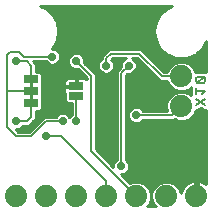
<source format=gbl>
G75*
%MOIN*%
%OFA0B0*%
%FSLAX25Y25*%
%IPPOS*%
%LPD*%
%AMOC8*
5,1,8,0,0,1.08239X$1,22.5*
%
%ADD10C,0.00800*%
%ADD11C,0.07400*%
%ADD12R,0.05000X0.02500*%
%ADD13C,0.01000*%
%ADD14C,0.02900*%
%ADD15C,0.00700*%
D10*
X0203233Y0125375D02*
X0206436Y0127510D01*
X0205368Y0129058D02*
X0206436Y0130126D01*
X0203233Y0130126D01*
X0203233Y0129058D02*
X0203233Y0131194D01*
X0203767Y0132742D02*
X0205902Y0134877D01*
X0203767Y0134877D01*
X0203233Y0134343D01*
X0203233Y0133275D01*
X0203767Y0132742D01*
X0205902Y0132742D01*
X0206436Y0133275D01*
X0206436Y0134343D01*
X0205902Y0134877D01*
X0203233Y0127510D02*
X0206436Y0125375D01*
D11*
X0143333Y0095000D03*
X0153333Y0095000D03*
X0163333Y0095000D03*
X0173333Y0095000D03*
X0183333Y0095000D03*
X0193333Y0095000D03*
X0203333Y0095000D03*
X0198333Y0125000D03*
X0198333Y0135000D03*
D12*
X0163333Y0131600D03*
X0163333Y0128400D03*
X0148333Y0130000D03*
X0148333Y0126000D03*
X0148333Y0134000D03*
D13*
X0148333Y0130000D01*
X0148333Y0126000D01*
X0149883Y0123550D02*
X0151330Y0123550D01*
X0152033Y0124253D01*
X0152033Y0127747D01*
X0151780Y0128000D01*
X0152033Y0128253D01*
X0152033Y0131747D01*
X0151780Y0132000D01*
X0152033Y0132253D01*
X0152033Y0135747D01*
X0151330Y0136450D01*
X0149883Y0136450D01*
X0149883Y0139142D01*
X0149075Y0139950D01*
X0153136Y0139950D01*
X0153832Y0139253D01*
X0154806Y0138850D01*
X0155860Y0138850D01*
X0156834Y0139253D01*
X0157580Y0139999D01*
X0157983Y0140973D01*
X0157983Y0142027D01*
X0157580Y0143001D01*
X0156834Y0143747D01*
X0155860Y0144150D01*
X0155207Y0144150D01*
X0155256Y0144191D01*
X0155256Y0144191D01*
X0156826Y0146909D01*
X0157371Y0150000D01*
X0156826Y0153091D01*
X0155256Y0155809D01*
X0152852Y0157827D01*
X0151276Y0158400D01*
X0195390Y0158400D01*
X0193815Y0157827D01*
X0191410Y0155809D01*
X0189841Y0153091D01*
X0189841Y0153091D01*
X0189296Y0150000D01*
X0189841Y0146909D01*
X0191410Y0144191D01*
X0193815Y0142173D01*
X0196764Y0141100D01*
X0199903Y0141100D01*
X0202852Y0142173D01*
X0205256Y0144191D01*
X0205256Y0144191D01*
X0206733Y0146749D01*
X0206733Y0136308D01*
X0206565Y0136477D01*
X0203104Y0136477D01*
X0203048Y0136421D01*
X0202487Y0137776D01*
X0201109Y0139154D01*
X0199308Y0139900D01*
X0197359Y0139900D01*
X0195558Y0139154D01*
X0194179Y0137776D01*
X0193672Y0136550D01*
X0192475Y0136550D01*
X0185883Y0143142D01*
X0184975Y0144050D01*
X0174191Y0144050D01*
X0173283Y0143142D01*
X0172691Y0142550D01*
X0171783Y0141642D01*
X0171783Y0140698D01*
X0171087Y0140001D01*
X0170683Y0139027D01*
X0170683Y0137973D01*
X0171087Y0136999D01*
X0171832Y0136253D01*
X0172806Y0135850D01*
X0173860Y0135850D01*
X0174834Y0136253D01*
X0175580Y0136999D01*
X0175983Y0137973D01*
X0175983Y0139027D01*
X0175580Y0140001D01*
X0175053Y0140528D01*
X0175475Y0140950D01*
X0179823Y0140950D01*
X0179332Y0140747D01*
X0178587Y0140001D01*
X0178183Y0139027D01*
X0178183Y0138042D01*
X0176783Y0136642D01*
X0176783Y0107198D01*
X0176087Y0106501D01*
X0175683Y0105527D01*
X0175683Y0104842D01*
X0169883Y0110642D01*
X0169883Y0135642D01*
X0165983Y0139542D01*
X0165983Y0140527D01*
X0165580Y0141501D01*
X0164834Y0142247D01*
X0163860Y0142650D01*
X0162806Y0142650D01*
X0161832Y0142247D01*
X0161087Y0141501D01*
X0160683Y0140527D01*
X0160683Y0139473D01*
X0161087Y0138499D01*
X0161832Y0137753D01*
X0162806Y0137350D01*
X0163791Y0137350D01*
X0166783Y0134358D01*
X0166783Y0134021D01*
X0166754Y0134050D01*
X0166412Y0134248D01*
X0166031Y0134350D01*
X0163458Y0134350D01*
X0163458Y0131725D01*
X0163208Y0131725D01*
X0163208Y0131475D01*
X0159333Y0131475D01*
X0159333Y0130153D01*
X0159436Y0129771D01*
X0159633Y0129429D01*
X0159633Y0129429D01*
X0159633Y0126653D01*
X0160336Y0125950D01*
X0161783Y0125950D01*
X0161783Y0122198D01*
X0161087Y0121501D01*
X0161083Y0121493D01*
X0161080Y0121501D01*
X0160334Y0122247D01*
X0159360Y0122650D01*
X0158306Y0122650D01*
X0157332Y0122247D01*
X0156636Y0121550D01*
X0152691Y0121550D01*
X0151783Y0120642D01*
X0147691Y0116550D01*
X0143975Y0116550D01*
X0143175Y0117350D01*
X0143860Y0117350D01*
X0144834Y0117753D01*
X0145531Y0118450D01*
X0147475Y0118450D01*
X0148975Y0119950D01*
X0149883Y0120858D01*
X0149883Y0123550D01*
X0149883Y0122951D02*
X0161783Y0122951D01*
X0161783Y0123949D02*
X0151730Y0123949D01*
X0152033Y0124948D02*
X0161783Y0124948D01*
X0161783Y0125946D02*
X0152033Y0125946D01*
X0152033Y0126945D02*
X0159633Y0126945D01*
X0159633Y0127943D02*
X0151837Y0127943D01*
X0152033Y0128942D02*
X0159633Y0128942D01*
X0159390Y0129940D02*
X0152033Y0129940D01*
X0152033Y0130939D02*
X0159333Y0130939D01*
X0159333Y0131725D02*
X0163208Y0131725D01*
X0163208Y0134350D01*
X0160636Y0134350D01*
X0160254Y0134248D01*
X0159912Y0134050D01*
X0159633Y0133771D01*
X0159436Y0133429D01*
X0159333Y0133047D01*
X0159333Y0131725D01*
X0159333Y0131937D02*
X0151843Y0131937D01*
X0152033Y0132936D02*
X0159333Y0132936D01*
X0159797Y0133934D02*
X0152033Y0133934D01*
X0152033Y0134933D02*
X0166208Y0134933D01*
X0165210Y0135932D02*
X0151849Y0135932D01*
X0149883Y0136930D02*
X0164211Y0136930D01*
X0161657Y0137929D02*
X0149883Y0137929D01*
X0149883Y0138927D02*
X0154620Y0138927D01*
X0156046Y0138927D02*
X0160909Y0138927D01*
X0160683Y0139926D02*
X0157507Y0139926D01*
X0157963Y0140924D02*
X0160848Y0140924D01*
X0161508Y0141923D02*
X0157983Y0141923D01*
X0157613Y0142921D02*
X0173062Y0142921D01*
X0172064Y0141923D02*
X0165158Y0141923D01*
X0165819Y0140924D02*
X0171783Y0140924D01*
X0171055Y0139926D02*
X0165983Y0139926D01*
X0166598Y0138927D02*
X0170683Y0138927D01*
X0170702Y0137929D02*
X0167597Y0137929D01*
X0168595Y0136930D02*
X0171156Y0136930D01*
X0172609Y0135932D02*
X0169594Y0135932D01*
X0169883Y0134933D02*
X0176783Y0134933D01*
X0176783Y0133934D02*
X0169883Y0133934D01*
X0169883Y0132936D02*
X0176783Y0132936D01*
X0176783Y0131937D02*
X0169883Y0131937D01*
X0169883Y0130939D02*
X0176783Y0130939D01*
X0176783Y0129940D02*
X0169883Y0129940D01*
X0169883Y0128942D02*
X0176783Y0128942D01*
X0176783Y0127943D02*
X0169883Y0127943D01*
X0169883Y0126945D02*
X0176783Y0126945D01*
X0176783Y0125946D02*
X0169883Y0125946D01*
X0169883Y0124948D02*
X0176783Y0124948D01*
X0176783Y0123949D02*
X0169883Y0123949D01*
X0169883Y0122951D02*
X0176783Y0122951D01*
X0176783Y0121952D02*
X0169883Y0121952D01*
X0169883Y0120954D02*
X0176783Y0120954D01*
X0176783Y0119955D02*
X0169883Y0119955D01*
X0169883Y0118957D02*
X0176783Y0118957D01*
X0176783Y0117958D02*
X0169883Y0117958D01*
X0169883Y0116960D02*
X0176783Y0116960D01*
X0176783Y0115961D02*
X0169883Y0115961D01*
X0169883Y0114963D02*
X0176783Y0114963D01*
X0176783Y0113964D02*
X0169883Y0113964D01*
X0169883Y0112966D02*
X0176783Y0112966D01*
X0176783Y0111967D02*
X0169883Y0111967D01*
X0169883Y0110969D02*
X0176783Y0110969D01*
X0176783Y0109970D02*
X0170555Y0109970D01*
X0171554Y0108972D02*
X0176783Y0108972D01*
X0176783Y0107973D02*
X0172552Y0107973D01*
X0173551Y0106975D02*
X0176560Y0106975D01*
X0175869Y0105976D02*
X0174549Y0105976D01*
X0175548Y0104978D02*
X0175683Y0104978D01*
X0178175Y0102350D02*
X0178860Y0102350D01*
X0179834Y0102753D01*
X0180580Y0103499D01*
X0180983Y0104473D01*
X0180983Y0105527D01*
X0180580Y0106501D01*
X0179883Y0107198D01*
X0179883Y0135358D01*
X0180375Y0135850D01*
X0181360Y0135850D01*
X0182334Y0136253D01*
X0183080Y0136999D01*
X0183483Y0137973D01*
X0183483Y0139027D01*
X0183080Y0140001D01*
X0182334Y0140747D01*
X0181843Y0140950D01*
X0183691Y0140950D01*
X0191191Y0133450D01*
X0193672Y0133450D01*
X0194179Y0132224D01*
X0195558Y0130846D01*
X0197359Y0130100D01*
X0199308Y0130100D01*
X0201109Y0130846D01*
X0201633Y0131370D01*
X0201633Y0128630D01*
X0201109Y0129154D01*
X0199308Y0129900D01*
X0197359Y0129900D01*
X0195558Y0129154D01*
X0194179Y0127776D01*
X0193433Y0125975D01*
X0193433Y0124025D01*
X0193630Y0123550D01*
X0185531Y0123550D01*
X0184834Y0124247D01*
X0183860Y0124650D01*
X0182806Y0124650D01*
X0181832Y0124247D01*
X0181087Y0123501D01*
X0180683Y0122527D01*
X0180683Y0121473D01*
X0181087Y0120499D01*
X0181832Y0119753D01*
X0182806Y0119350D01*
X0183860Y0119350D01*
X0184834Y0119753D01*
X0185531Y0120450D01*
X0195975Y0120450D01*
X0196133Y0120608D01*
X0197359Y0120100D01*
X0199308Y0120100D01*
X0201109Y0120846D01*
X0202487Y0122224D01*
X0203126Y0123765D01*
X0203569Y0123676D01*
X0204835Y0124520D01*
X0206100Y0123676D01*
X0206733Y0123803D01*
X0206733Y0098954D01*
X0206721Y0098966D01*
X0206059Y0099447D01*
X0205329Y0099819D01*
X0204551Y0100072D01*
X0203833Y0100186D01*
X0203833Y0095500D01*
X0202833Y0095500D01*
X0202833Y0100186D01*
X0202116Y0100072D01*
X0201337Y0099819D01*
X0200608Y0099447D01*
X0199946Y0098966D01*
X0199367Y0098388D01*
X0198886Y0097725D01*
X0198514Y0096996D01*
X0198261Y0096218D01*
X0198226Y0095993D01*
X0197487Y0097776D01*
X0196109Y0099154D01*
X0194308Y0099900D01*
X0192359Y0099900D01*
X0190558Y0099154D01*
X0189179Y0097776D01*
X0188433Y0095975D01*
X0188433Y0094025D01*
X0189179Y0092224D01*
X0189804Y0091600D01*
X0186863Y0091600D01*
X0187487Y0092224D01*
X0188233Y0094025D01*
X0188233Y0095975D01*
X0187487Y0097776D01*
X0186109Y0099154D01*
X0184308Y0099900D01*
X0182359Y0099900D01*
X0181133Y0099392D01*
X0178175Y0102350D01*
X0178543Y0101982D02*
X0206733Y0101982D01*
X0206733Y0100984D02*
X0179542Y0100984D01*
X0180540Y0099985D02*
X0201848Y0099985D01*
X0202833Y0099985D02*
X0203833Y0099985D01*
X0204818Y0099985D02*
X0206733Y0099985D01*
X0206693Y0098987D02*
X0206733Y0098987D01*
X0203833Y0098987D02*
X0202833Y0098987D01*
X0202833Y0097988D02*
X0203833Y0097988D01*
X0203833Y0096990D02*
X0202833Y0096990D01*
X0202833Y0095991D02*
X0203833Y0095991D01*
X0199974Y0098987D02*
X0196276Y0098987D01*
X0197275Y0097988D02*
X0199077Y0097988D01*
X0198512Y0096990D02*
X0197813Y0096990D01*
X0190390Y0098987D02*
X0186276Y0098987D01*
X0187275Y0097988D02*
X0189392Y0097988D01*
X0188854Y0096990D02*
X0187813Y0096990D01*
X0188227Y0095991D02*
X0188440Y0095991D01*
X0188433Y0094993D02*
X0188233Y0094993D01*
X0188220Y0093994D02*
X0188446Y0093994D01*
X0188860Y0092996D02*
X0187807Y0092996D01*
X0187260Y0091997D02*
X0189407Y0091997D01*
X0180062Y0102981D02*
X0206733Y0102981D01*
X0206733Y0103979D02*
X0180779Y0103979D01*
X0180983Y0104978D02*
X0206733Y0104978D01*
X0206733Y0105976D02*
X0180797Y0105976D01*
X0180106Y0106975D02*
X0206733Y0106975D01*
X0206733Y0107973D02*
X0179883Y0107973D01*
X0179883Y0108972D02*
X0206733Y0108972D01*
X0206733Y0109970D02*
X0179883Y0109970D01*
X0179883Y0110969D02*
X0206733Y0110969D01*
X0206733Y0111967D02*
X0179883Y0111967D01*
X0179883Y0112966D02*
X0206733Y0112966D01*
X0206733Y0113964D02*
X0179883Y0113964D01*
X0179883Y0114963D02*
X0206733Y0114963D01*
X0206733Y0115961D02*
X0179883Y0115961D01*
X0179883Y0116960D02*
X0206733Y0116960D01*
X0206733Y0117958D02*
X0179883Y0117958D01*
X0179883Y0118957D02*
X0206733Y0118957D01*
X0206733Y0119955D02*
X0185036Y0119955D01*
X0181630Y0119955D02*
X0179883Y0119955D01*
X0179883Y0120954D02*
X0180898Y0120954D01*
X0180683Y0121952D02*
X0179883Y0121952D01*
X0179883Y0122951D02*
X0180859Y0122951D01*
X0181535Y0123949D02*
X0179883Y0123949D01*
X0179883Y0124948D02*
X0193433Y0124948D01*
X0193433Y0125946D02*
X0179883Y0125946D01*
X0179883Y0126945D02*
X0193835Y0126945D01*
X0194347Y0127943D02*
X0179883Y0127943D01*
X0179883Y0128942D02*
X0195346Y0128942D01*
X0195465Y0130939D02*
X0179883Y0130939D01*
X0179883Y0131937D02*
X0194466Y0131937D01*
X0193885Y0132936D02*
X0179883Y0132936D01*
X0179883Y0133934D02*
X0190707Y0133934D01*
X0189708Y0134933D02*
X0179883Y0134933D01*
X0181557Y0135932D02*
X0188710Y0135932D01*
X0187711Y0136930D02*
X0183011Y0136930D01*
X0183465Y0137929D02*
X0186713Y0137929D01*
X0185714Y0138927D02*
X0183483Y0138927D01*
X0183111Y0139926D02*
X0184716Y0139926D01*
X0183717Y0140924D02*
X0181906Y0140924D01*
X0179761Y0140924D02*
X0175449Y0140924D01*
X0175611Y0139926D02*
X0178555Y0139926D01*
X0178183Y0138927D02*
X0175983Y0138927D01*
X0175965Y0137929D02*
X0178070Y0137929D01*
X0177071Y0136930D02*
X0175511Y0136930D01*
X0176783Y0135932D02*
X0174057Y0135932D01*
X0179883Y0129940D02*
X0201633Y0129940D01*
X0201633Y0128942D02*
X0201321Y0128942D01*
X0201202Y0130939D02*
X0201633Y0130939D01*
X0203979Y0123949D02*
X0205690Y0123949D01*
X0206733Y0122951D02*
X0202788Y0122951D01*
X0202215Y0121952D02*
X0206733Y0121952D01*
X0206733Y0120954D02*
X0201217Y0120954D01*
X0193465Y0123949D02*
X0185132Y0123949D01*
X0192095Y0136930D02*
X0193829Y0136930D01*
X0194332Y0137929D02*
X0191097Y0137929D01*
X0190098Y0138927D02*
X0195331Y0138927D01*
X0194504Y0141923D02*
X0187103Y0141923D01*
X0186104Y0142921D02*
X0192924Y0142921D01*
X0193815Y0142173D02*
X0193815Y0142173D01*
X0191734Y0143920D02*
X0185106Y0143920D01*
X0188101Y0140924D02*
X0206733Y0140924D01*
X0206733Y0139926D02*
X0189100Y0139926D01*
X0191410Y0144191D02*
X0191410Y0144191D01*
X0190991Y0144918D02*
X0155676Y0144918D01*
X0155256Y0144191D02*
X0155256Y0144191D01*
X0156417Y0143920D02*
X0174061Y0143920D01*
X0163458Y0133934D02*
X0163208Y0133934D01*
X0163208Y0132936D02*
X0163458Y0132936D01*
X0163458Y0131937D02*
X0163208Y0131937D01*
X0153160Y0139926D02*
X0149100Y0139926D01*
X0156253Y0145917D02*
X0190414Y0145917D01*
X0189841Y0146909D02*
X0189841Y0146909D01*
X0189840Y0146915D02*
X0156827Y0146915D01*
X0156826Y0146909D02*
X0156826Y0146909D01*
X0157003Y0147914D02*
X0189664Y0147914D01*
X0189488Y0148912D02*
X0157179Y0148912D01*
X0157355Y0149911D02*
X0189312Y0149911D01*
X0189296Y0150000D02*
X0189296Y0150000D01*
X0189456Y0150909D02*
X0157210Y0150909D01*
X0157371Y0150000D02*
X0157371Y0150000D01*
X0157034Y0151908D02*
X0189632Y0151908D01*
X0189808Y0152906D02*
X0156858Y0152906D01*
X0156826Y0153091D02*
X0156826Y0153091D01*
X0156356Y0153905D02*
X0190311Y0153905D01*
X0190887Y0154903D02*
X0155779Y0154903D01*
X0155256Y0155809D02*
X0155256Y0155809D01*
X0155146Y0155902D02*
X0191521Y0155902D01*
X0191410Y0155809D02*
X0191410Y0155809D01*
X0191410Y0155809D01*
X0192711Y0156900D02*
X0153956Y0156900D01*
X0152852Y0157827D02*
X0152852Y0157827D01*
X0152653Y0157899D02*
X0194013Y0157899D01*
X0193815Y0157827D02*
X0193815Y0157827D01*
X0206253Y0145917D02*
X0206733Y0145917D01*
X0206733Y0144918D02*
X0205676Y0144918D01*
X0205256Y0144191D02*
X0205256Y0144191D01*
X0204933Y0143920D02*
X0206733Y0143920D01*
X0206733Y0142921D02*
X0203743Y0142921D01*
X0202852Y0142173D02*
X0202852Y0142173D01*
X0202163Y0141923D02*
X0206733Y0141923D01*
X0206733Y0138927D02*
X0201336Y0138927D01*
X0202334Y0137929D02*
X0206733Y0137929D01*
X0206733Y0136930D02*
X0202838Y0136930D01*
X0161538Y0121952D02*
X0160629Y0121952D01*
X0157038Y0121952D02*
X0149883Y0121952D01*
X0149883Y0120954D02*
X0152095Y0120954D01*
X0151097Y0119955D02*
X0148981Y0119955D01*
X0147982Y0118957D02*
X0150098Y0118957D01*
X0149100Y0117958D02*
X0145039Y0117958D01*
X0143566Y0116960D02*
X0148101Y0116960D01*
D14*
X0153333Y0115000D03*
X0158833Y0120000D03*
X0163333Y0120000D03*
X0143333Y0120000D03*
X0143333Y0140000D03*
X0155333Y0141500D03*
X0163333Y0140000D03*
X0163333Y0144000D03*
X0173333Y0138500D03*
X0180833Y0138500D03*
X0188333Y0142500D03*
X0181333Y0130000D03*
X0183333Y0122000D03*
X0178333Y0105000D03*
D15*
X0178333Y0136000D01*
X0180833Y0138500D01*
X0184333Y0142500D02*
X0174833Y0142500D01*
X0173333Y0141000D01*
X0173333Y0138500D01*
X0168333Y0135000D02*
X0163333Y0140000D01*
X0155333Y0141500D02*
X0145833Y0141500D01*
X0144333Y0143000D01*
X0141333Y0143000D01*
X0140333Y0142000D01*
X0140333Y0130000D01*
X0148333Y0130000D01*
X0148333Y0126000D02*
X0148333Y0121500D01*
X0146833Y0120000D01*
X0143333Y0120000D01*
X0140333Y0118000D02*
X0143333Y0115000D01*
X0148333Y0115000D01*
X0153333Y0120000D01*
X0158833Y0120000D01*
X0163333Y0120000D02*
X0163333Y0128400D01*
X0168333Y0135000D02*
X0168333Y0110000D01*
X0183333Y0095000D01*
X0173333Y0095000D02*
X0173333Y0100000D01*
X0158333Y0115000D01*
X0153333Y0115000D01*
X0140333Y0118000D02*
X0140333Y0130000D01*
X0148333Y0134000D02*
X0148333Y0138500D01*
X0146833Y0140000D01*
X0143333Y0140000D01*
X0184333Y0142500D02*
X0191833Y0135000D01*
X0198333Y0135000D01*
X0198333Y0125000D02*
X0195333Y0122000D01*
X0183333Y0122000D01*
M02*

</source>
